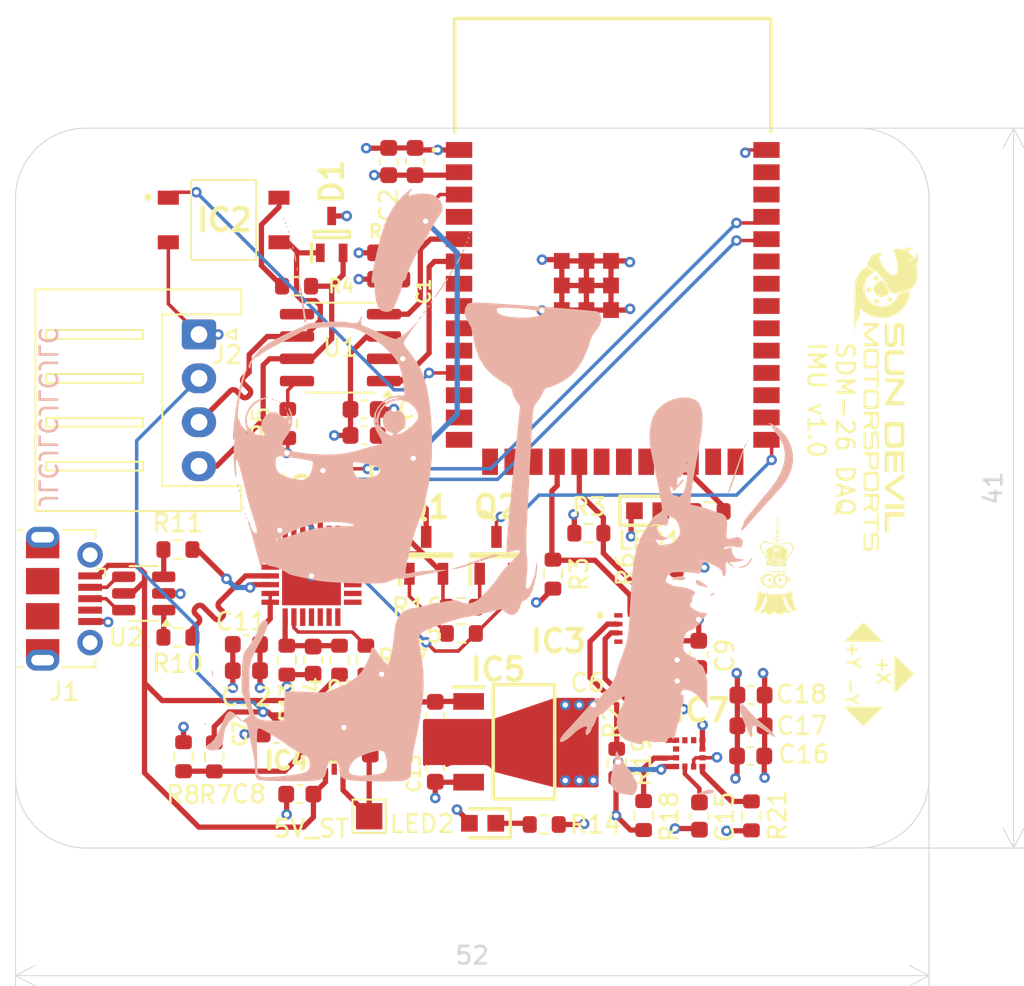
<source format=kicad_pcb>
(kicad_pcb (version 20241229) (generator "pcbnew") (generator_version "9.0")
  (layers (0 "F.Cu" signal) (4 "In1.Cu" signal) (6 "In2.Cu" signal) (2 "B.Cu" signal) (13 "F.Paste" user) (15 "B.Paste" user) (5 "F.SilkS" user "F.Silkscreen") (7 "B.SilkS" user "B.Silkscreen") (1 "F.Mask" user) (3 "B.Mask" user) (25 "Edge.Cuts" user))
  (net 0 "")
  (net 1 "GND")
  (net 2 "VCC")
  (net 3 "+3.3V")
  (net 4 "/CAN-")
  (net 5 "/CAN+")
  (net 6 "/USER_LED")
  (net 10 "/U0RXD")
  (net 20 "/CHIP_PU")
  (net 23 "/U0TXD")
  (net 24 "/GPIO0")
  (net 25 "/I2C1_SCL")
  (net 26 "/I2C1_SDA")
  (net 27 "/PROG_D-")
  (net 28 "/PROG_D+")
  (net 29 "Net-(IC6-VBUS)")
  (net 30 "Net-(IC7-C1)")
  (net 31 "Net-(IC2-Pad6)")
  (net 34 "/USB_D+")
  (net 36 "/SDX")
  (net 37 "/USB_D-")
  (net 40 "Net-(Q1-B)")
  (net 41 "Net-(Q2-B)")
  (net 42 "Net-(IC3-CS)")
  (net 43 "/CAN_CTX")
  (net 44 "Net-(IC4-ST)")
  (net 45 "/CAN_RTX")
  (net 46 "Net-(IC4-PR1)")
  (net 47 "VBUS")
  (net 48 "+5V")
  (net 49 "/CAN_TERM")
  (net 60 "Net-(IC6-RTS)")
  (net 63 "Net-(IC6-DTR)")
  (net 67 "Net-(IC6-RSTB)")
  (net 89 "Net-(LED1-A)")
  (net 90 "Net-(LED2-K)")
  (net 92 "Net-(U1-Rs)")
  (net 93 "/SCX")
  (net 95 "unconnected-(IC1-IO45-Pad26)")
  (net 96 "Net-(IC7-INT{slash}DRDY)")
  (net 97 "Net-(IC7-CS)")
  (net 102 "Net-(R10-Pad2)")
  (net 103 "Net-(R11-Pad2)")
  (footprint "Capacitor_SMD:C_0603_1608Metric" (layer "F.Cu") (at 78.3 59.6 180)
    (property "Reference" "C4")
    (property "Value" "100nF" (hide yes))
  )
  (footprint "Resistor_SMD:R_0603_1608Metric" (layer "F.Cu") (at 94.6 75.2 180)
    (property "Reference" "R20")
    (property "Value" "2.2k")
  )
  (footprint "Capacitor_SMD:C_0603_1608Metric" (layer "F.Cu") (at 82.35 78.55 -90)
    (property "Reference" "C13")
    (property "Value" "10uF" (hide yes))
  )
  (footprint "Capacitor_SMD:C_0603_1608Metric" (layer "F.Cu") (at 71.6 71.5)
    (property "Reference" "C11")
    (property "Value" "4.7uF")
  )
  (footprint "Resistor_SMD:R_0603_1608Metric" (layer "F.Cu") (at 69.77 77.91 90)
    (property "Reference" "R7")
    (property "Value" "10k")
  )
  (footprint "KiCad:ESP32S3WROOM1N8R8" (layer "F.Cu") (at 92.455 48.6)
    (property "Reference" "IC1")
    (property "Value" "ESP32-S3-WROOM-1-N8R8" (hide yes))
  )
  (footprint "SDM_MiscFootprint:SOT230P700X180-4N" (layer "F.Cu") (at 87.4 77.05)
    (property "Reference" "IC5")
    (property "Value" "MIC37100-3.3WS" (hide yes))
  )
  (footprint "SDM_MiscFootprint:SOT96P237X111-3N" (layer "F.Cu") (at 81.835 66.43 90)
    (property "Reference" "Q1")
    (property "Value" "MMBT2222LT1G" (hide yes))
  )
  (footprint "Resistor_SMD:R_0603_1608Metric" (layer "F.Cu") (at 100.35 81.27 90)
    (property "Reference" "R21")
    (property "Value" "4.7k")
  )
  (footprint "LOGO" (layer "F.Cu") (at 101.687997 67.297319)
    (property "Reference" "G***" (hide yes))
    (property "Value" "LOGO" (hide yes))
  )
  (footprint "Resistor_SMD:R_0603_1608Metric" (layer "F.Cu") (at 95.27 67.2)
    (property "Reference" "R6")
    (property "Value" "10k")
  )
  (footprint "Capacitor_SMD:C_0603_1608Metric" (layer "F.Cu") (at 97.35 72.07 90)
    (property "Reference" "C9")
    (property "Value" "100nF" (hide yes))
  )
  (footprint "Capacitor_SMD:C_0603_1608Metric" (layer "F.Cu") (at 82.35 75.55 90)
    (property "Reference" "C10")
    (property "Value" "10uF" (hide yes))
  )
  (footprint "Resistor_SMD:R_0603_1608Metric" (layer "F.Cu") (at 73.955 58.925 90)
    (property "Reference" "R5")
    (property "Value" "0" (hide yes))
  )
  (footprint "Connector_USB:USB_Micro-B_Molex-105017-0001" (layer "F.Cu") (at 61.2375 68.9 -90)
    (property "Reference" "J1")
    (property "Value" "USB_B_Micro" (hide yes))
  )
  (footprint "Package_TO_SOT_SMD:SOT-23-6" (layer "F.Cu") (at 65.755 68.6 180)
    (property "Reference" "U2")
    (property "Value" "USBLC6-2SC6" (hide yes))
  )
  (footprint "MountingHole:MountingHole_3.2mm_M3" (layer "F.Cu") (at 106.455 79.1)
    (property "Reference" "H2" (hide yes))
    (property "Value" "M3" (hide yes))
  )
  (footprint "Capacitor_SMD:C_0603_1608Metric" (layer "F.Cu") (at 75.4 72.4 90)
    (property "Reference" "C14")
    (property "Value" "1uF" (hide yes))
  )
  (footprint "Capacitor_SMD:C_0603_1608Metric" (layer "F.Cu") (at 97.39 81.28 -90)
    (property "Reference" "C15")
    (property "Value" "220n")
  )
  (footprint "SDM_MiscFootprint:LEDC1608X80N" (layer "F.Cu") (at 94.44 63.89)
    (property "Reference" "LED1")
    (property "Value" "150060GS75000" (hide yes))
  )
  (footprint "Resistor_SMD:R_0603_1608Metric" (layer "F.Cu") (at 91.095 65.17)
    (property "Reference" "R3")
    (property "Value" "2.2k")
  )
  (footprint "Resistor_SMD:R_0603_1608Metric" (layer "F.Cu") (at 79.7 49.2 180)
    (property "Reference" "R2")
    (property "Value" "10k")
  )
  (footprint "Resistor_SMD:R_0603_1608Metric" (layer "F.Cu") (at 94.21 81.25 90)
    (property "Reference" "R18")
    (property "Value" "10k")
  )
  (footprint "Resistor_SMD:R_0603_1608Metric" (layer "F.Cu") (at 83.835 70.88)
    (property "Reference" "R15")
    (property "Value" "10k" (hide yes))
  )
  (footprint "SDM_MiscFootprint:LSM6DS3USTR" (layer "F.Cu") (at 93.938 70.597)
    (property "Reference" "IC3")
    (property "Value" "ISM330DHCXTR" (hide yes))
  )
  (footprint "Resistor_SMD:R_0603_1608Metric" (layer "F.Cu") (at 88.555 81.76 180)
    (property "Reference" "R14")
    (property "Value" "68" (hide yes))
  )
  (footprint "Capacitor_SMD:C_0603_1608Metric" (layer "F.Cu") (at 100.325 74.39)
    (property "Reference" "C18")
    (property "Value" "100n")
  )
  (footprint "Library:wheelyboi" (layer "F.Cu") (at 107.867353 51.201776 -90)
    (property "Reference" "G***" (hide yes))
    (property "Value" "LOGO" (hide yes))
  )
  (footprint "Resistor_SMD:R_0603_1608Metric" (layer "F.Cu") (at 97.94 63.93 180)
    (property "Reference" "R1")
    (property "Value" "5.05" (hide yes))
  )
  (footprint "Resistor_SMD:R_0603_1608Metric" (layer "F.Cu") (at 78.65 77 -90)
    (property "Reference" "R9")
    (property "Value" "10k")
  )
  (footprint "Capacitor_SMD:C_0603_1608Metric" (layer "F.Cu") (at 79.7 44 90)
    (property "Reference" "C2")
    (property "Value" "10uF" (hide yes))
  )
  (footprint "SDM_MiscFootprint:IIS2MDCTR" (layer "F.Cu") (at 96.81 77.71)
    (property "Reference" "IC7")
    (property "Value" "IIS2MDCTR" (hide yes))
  )
  (footprint "Capacitor_SMD:C_0603_1608Metric" (layer "F.Cu") (at 71.6 73)
    (property "Reference" "C12")
    (property "Value" "100nF")
  )
  (footprint "Capacitor_SMD:C_0603_1608Metric" (layer "F.Cu") (at 74.64 80.03)
    (property "Reference" "C8")
    (property "Value" "1uF")
  )
  (footprint "Connector_JST:JST_XH_S4B-XH-A_1x04_P2.50mm_Horizontal" (layer "F.Cu") (at 68.9 53.85 -90)
    (property "Reference" "J2")
    (property "Value" "Conn_01x04_Socket" (hide yes))
  )
  (footprint "Capacitor_SMD:C_0603_1608Metric" (layer "F.Cu") (at 73.305 76.61)
    (property "Reference" "C7")
    (property "Value" "1uF")
  )
  (footprint "Capacitor_SMD:C_0603_1608Metric" (layer "F.Cu") (at 100.305 77.86)
    (property "Reference" "C16")
    (property "Value" "10u")
  )
  (footprint "Resistor_SMD:R_0603_1608Metric" (layer "F.Cu") (at 89.05 67.5 90)
    (property "Reference" "R3")
    (property "Value" "2.2k")
  )
  (footprint "Resistor_SMD:R_0603_1608Metric" (layer "F.Cu") (at 68.02 77.9 -90)
    (property "Reference" "R8")
    (property "Value" "10k")
  )
  (footprint "SDM_MiscFootprint:TLP266J" (layer "F.Cu") (at 70.355 47.33)
    (property "Reference" "IC2")
    (property "Value" "TLP175A_TPL,E" (hide yes))
  )
  (footprint "Capacitor_SMD:C_0603_1608Metric" (layer "F.Cu") (at 79.7 50.7)
    (property "Reference" "C1")
    (property "Value" "1uF")
  )
  (footprint "SDM_MiscFootprint:SOT65P210X110-3N" (layer "F.Cu") (at 76.455 48.15 90)
    (property "Reference" "D1")
    (property "Value" "ESDCAN03-2BWY" (hide yes))
  )
  (footprint "Resistor_SMD:R_0603_1608Metric" (layer "F.Cu") (at 73.9 72.4 -90)
    (property "Reference" "R13")
    (property "Value" "47.5k" (hide yes))
  )
  (footprint "Package_SO:SOIC-8_3.9x4.9mm_P1.27mm" (layer "F.Cu") (at 76.955 54.6 180)
    (property "Reference" "U1")
    (property "Value" "SN65HVD230" (hide yes))
  )
  (footprint "Capacitor_SMD:C_0603_1608Metric" (layer "F.Cu") (at 78.3 58.12 180)
    (property "Reference" "C5")
    (property "Value" "100nF" (hide yes))
  )
  (footprint "Resistor_SMD:R_0603_1608Metric" (layer "F.Cu") (at 76.9 72.4 -90)
    (property "Reference" "R12")
    (property "Value" "22.1k" (hide yes))
  )
  (footprint "SDM_MiscFootprint:SOT96P237X111-3N" (layer "F.Cu") (at 85.835 66.43 90)
    (property "Reference" "Q2")
    (property "Value" "MMBT2222LT1G" (hide yes))
  )
  (footprint "TestPoint:TestPoint_Pad_1.5x1.5mm" (layer "F.Cu") (at 78.59 81.29)
    (property "Reference" "TP1" (hide yes))
    (property "Value" "5V_ST")
  )
  (footprint "Capacitor_SMD:C_0603_1608Metric" (layer "F.Cu") (at 94.22 73.585 180)
    (property "Reference" "C6")
    (property "Value" "100nF" (hide yes))
  )
  (footprint "Resistor_SMD:R_0603_1608Metric" (layer "F.Cu") (at 78.4 72.4 90)
    (property "Reference" "R17")
    (property "Value" "1k" (hide yes))
  )
  (footprint "Resistor_SMD:R_0603_1608Metric" (layer "F.Cu") (at 83.835 69.38 180)
    (property "Reference" "R16")
    (property "Value" "10k" (hide yes))
  )
  (footprint "Resistor_SMD:R_0603_1608Metric" (layer "F.Cu") (at 74.455 51.1)
    (property "Reference" "R4")
    (property "Value" "120" (hide yes))
  )
  (footprint "Resistor_SMD:R_0603_1608Metric" (layer "F.Cu") (at 67.7 71.1 180)
    (property "Reference" "R10")
    (property "Value" "27")
  )
  (footprint "SDM_MiscFootprint:SOTFL50P160X60-8L" (layer "F.Cu") (at 76.35 77.952 -90)
    (property "Reference" "IC4")
    (property "Value" "TPS2116DRLR" (hide yes))
  )
  (footprint "Capacitor_SMD:C_0603_1608Metric" (layer "F.Cu") (at 100.325 76.14)
    (property "Reference" "C17")
    (property "Value" "10u")
  )
  (footprint "MountingHole:MountingHole_3.2mm_M3" (layer "F.Cu") (at 62.455 79.1)
    (property "Reference" "H3" (hide yes))
    (property "Value" "M3")
  )
  (footprint "Capacitor_SMD:C_0603_1608Metric" (layer "F.Cu") (at 81.2 44 90)
    (property "Reference" "C3")
    (property "Value" "100nF")
  )
  (footprint "Resistor_SMD:R_0603_1608Metric" (layer "F.Cu") (at 67.7 66.1 180)
    (property "Reference" "R11")
    (property "Value" "27")
  )
  (footprint "SDM_MiscFootprint:LEDC1608X80N" (layer "F.Cu") (at 85.045 81.69 180)
    (property "Reference" "LED2")
    (property "Value" "150060RS75000" (hide yes))
  )
  (footprint "SDM_MiscFootprint:QFN50P500X500X80-29N-D" (layer "F.Cu") (at 75.305 67.6)
    (property "Reference" "IC6")
    (property "Value" "CP2102N-A02-GQFN28" (hide yes))
  )
  (footprint "MountingHole:MountingHole_3.2mm_M3" (layer "F.Cu") (at 62.455 46.1)
    (property "Reference" "H1" (hide yes))
    (property "Value" "M3")
  )
  (footprint "MountingHole:MountingHole_3.2mm_M3" (layer "F.Cu") (at 106.455 46.1)
    (property "Reference" "H4" (hide yes))
    (property "Value" "M3" (hide yes))
  )
  (footprint "Resistor_SMD:R_0603_1608Metric" (layer "F.Cu") (at 92.68 78.28 -90)
    (property "Reference" "R19")
    (property "Value" "2.2k")
  )
  (footprint "Library:sdmlogo" (layer "F.Cu") (at 107.99 56.97 -90)
    (property "Reference" "G***" (hide yes))
    (property "Value" "LOGO" (hide yes))
  )
  (footprint "LOGO" (layer "B.Cu") (at 96.521677 69.198219 180)
    (property "Reference" "G***" (hide yes))
    (property "Value" "LOGO" (hide yes))
  )
  (footprint "LOGO" (layer "B.Cu") (at 79.787878 62.189407 180)
    (property "Reference" "G***" (hide yes))
    (property "Value" "LOGO" (hide yes))
  )
  (gr_poly (pts (xy 106.73 70.3) (xy 105.73 71.3) (xy 107.73 71.3)) (stroke (width 0.1)) (fill yes) (layer "F.SilkS"))
  (gr_poly (pts (xy 106.73 76.1) (xy 107.73 75.1) (xy 105.73 75.1)) (stroke (width 0.1)) (fill yes) (layer "F.SilkS"))
  (gr_poly (pts (xy 109.53 73.2) (xy 108.53 72.2) (xy 108.53 74.2)) (stroke (width 0.1)) (fill yes) (layer "F.SilkS"))
  (gr_arc (start 106.455 42.1) (mid 109.283427 43.271573) (end 110.455 46.1) (stroke (width 0.05)) (layer "Edge.Cuts"))
  (gr_line (start 62.455 42.1) (end 106.455 42.1) (stroke (width 0.05)) (layer "Edge.Cuts"))
  (gr_arc (start 110.455 79.1) (mid 109.283427 81.928427) (end 106.455 83.1) (stroke (width 0.05)) (layer "Edge.Cuts"))
  (gr_line (start 62.455 83.1) (end 106.455 83.1) (stroke (width 0.05)) (layer "Edge.Cuts"))
  (gr_line (start 110.455 79.1) (end 110.455 47.1) (stroke (width 0.05)) (layer "Edge.Cuts"))
  (gr_line (start 110.455 47.1) (end 110.455 46.1) (stroke (width 0.05)) (layer "Edge.Cuts"))
  (gr_arc (start 58.455 46.1) (mid 59.626573 43.271573) (end 62.455 42.1) (stroke (width 0.05)) (layer "Edge.Cuts"))
  (gr_line (start 58.455 47.1) (end 58.455 79.1) (stroke (width 0.05)) (layer "Edge.Cuts"))
  (gr_line (start 58.455 47.1) (end 58.455 46.1) (stroke (width 0.05)) (layer "Edge.Cuts"))
  (gr_arc (start 62.455 83.1) (mid 59.626573 81.928427) (end 58.455 79.1) (stroke (width 0.05)) (layer "Edge.Cuts"))
  (gr_text "+Y" (at 105.73 72.1 270) (layer "F.SilkS") (effects (font (size 0.7 0.7) (thickness 0.14) (bold yes)) (justify bottom)))
  (gr_text "SDM-26 DAQ\nIMU v1.0" (at 103.48 54.2 270) (layer "F.SilkS") (effects (font (size 1 1)) (justify left bottom)))
  (gr_text "+X" (at 107.43 73 270) (layer "F.SilkS") (effects (font (size 0.7 0.7) (thickness 0.14) (bold yes)) (justify bottom)))
  (gr_text "-Y" (at 105.63 74.2 270) (layer "F.SilkS") (effects (font (size 0.7 0.7) (thickness 0.14) (bold yes)) (justify bottom)))
  (gr_text "JLCJLCJLCJLC" (at 59.7 63.8 270) (layer "B.SilkS") (effects (font (size 1 1)) (justify left bottom mirror)))
  (dimension (type orthogonal) (layer "Edge.Cuts") (pts (xy 106.455 42.1) (xy 106.455 83.1)) (height 8.815) (orientation 1) (format (prefix "") (suffix "") (units 3) (units_format 0) (precision 4) (suppress_zeroes yes)) (style (thickness 0.05) (arrow_length 1.27) (text_position_mode 0) (arrow_direction outward) (extension_height 0.58642) (extension_offset 0.5) (keep_text_aligned yes)) (gr_text "41" (at 114.12 62.6 90) (layer "Edge.Cuts") (effects (font (size 1 1) (thickness 0.15)))))
  (dimension (type orthogonal) (layer "Edge.Cuts") (pts (xy 58.455 79.1) (xy 110.455 79.1)) (height 11.27) (orientation 0) (format (prefix "") (suffix "") (units 3) (units_format 0) (precision 4) (suppress_zeroes yes)) (style (thickness 0.05) (arrow_length 1.27) (text_position_mode 0) (arrow_direction outward) (extension_height 0.58642) (extension_offset 0.5) (keep_text_aligned yes)) (gr_text "52" (at 84.455 89.22 0) (layer "Edge.Cuts") (effects (font (size 1 1) (thickness 0.15)))))
  (segment (start 83.705 43.34) (end 82.5 43.34) (width 0.3) (layer "F.Cu") (net 1))
  (segment (start 79.685 43.24) (end 79.7 43.225) (width 0.2) (layer "F.Cu") (net 1))
  (segment (start 89.555 52.46) (end 89.555 49.66) (width 0.3) (layer "F.Cu") (net 1))
  (segment (start 63.728867 70.230425) (end 63.698442 70.2) (width 0.3) (layer "F.Cu") (net 1))
  (segment (start 81.315 43.34) (end 81.2 43.225) (width 0.3) (layer "F.Cu") (net 1))
  (segment (start 101.1 77.84) (end 101.08 77.86) (width 0.3) (layer "F.Cu") (net 1))
  (segment (start 80.5 55.235) (end 79.43 55.235) (width 0.2) (layer "F.Cu") (net 1))
  (segment (start 94.438 71.6215) (end 94.438 71.509) (width 0.3) (layer "F.Cu") (net 1))
  (segment (start 79.075 58.12) (end 79.98 58.12) (width 0.3) (layer "F.Cu") (net 1))
  (segment (start 101.1 74.39) (end 101.1 73.23) (width 0.3) (layer "F.Cu") (net 1))
  (segment (start 101.1 73.23) (end 101.01 73.14) (width 0.3) (layer "F.Cu") (net 1))
  (segment (start 63.698442 70.2) (end 62.655 70.2) (width 0.3) (layer "F.Cu") (net 1))
  (segment (start 95.2015 72.385) (end 94.438 71.6215) (width 0.3) (layer "F.Cu") (net 1))
  (segment (start 70 53.85) (end 68.9 53.85) (width 0.2) (layer "F.Cu") (net 1))
  (segment (start 73.9 73.225) (end 75.35 73.225) (width 0.3) (layer "F.Cu") (net 1))
  (segment (start 89.555 51.06) (end 92.355 51.06) (width 0.3) (layer "F.Cu") (net 1))
  (segment (start 90.55 77.05) (end 91.25 77.05) (width 0.2) (layer "F.Cu") (net 1))
  (segment (start 67.824158 68.6) (end 67.841114 68.616956) (width 0.3) (layer "F.Cu") (net 1))
  (segment (start 96 81.99) (end 97.325 81.99) (width 0.3) (layer "F.Cu") (net 1))
  (segment (start 89.38 81.76) (end 90.79 81.76) (width 0.3) (layer "F.Cu") (net 1))
  (segment (start 96.12 72.385) (end 95.2015 72.385) (width 0.3) (layer "F.Cu") (net 1))
  (segment (start 98.36 77.96) (end 98.39 77.93) (width 0.2) (layer "F.Cu") (net 1))
  (segment (start 92.355 52.46) (end 93.37 52.46) (width 0.3) (layer "F.Cu") (net 1))
  (segment (start 93.938 72.528) (end 94.995 73.585) (width 0.3) (layer "F.Cu") (net 1))
  (segment (start 93.37 52.46) (end 93.44 52.39) (width 0.3) (layer "F.Cu") (net 1))
  (segment (start 78.925 50.7) (end 78 50.7) (width 0.3) (layer "F.Cu") (net 1))
  (segment (start 77.1 77.164) (end 77.1 76.28) (width 0.3) (layer "F.Cu") (net 1))
  (segment (start 82.5 43.34) (end 81.315 43.34) (width 0.3) (layer "F.Cu") (net 1))
  (segment (start 92.355 52.46) (end 89.555 52.46) (width 0.3) (layer "F.Cu") (net 1))
  (segment (start 74.805 67.1) (end 75.305 67.6) (width 0.2) (layer "F.Cu") (net 1))
  (segment (start 100.16 43.34) (end 100 43.5) (width 0.2) (layer "F.Cu") (net 1))
  (segment (start 89.555 49.66) (end 92.355 49.66) (width 0.3) (layer "F.Cu") (net 1))
  (segment (start 82.35 76.325) (end 83.525 76.325) (width 0.3) (layer "F.Cu") (net 1))
  (segment (start 79.075 59.6) (end 79.075 58.12) (width 0.3) (layer "F.Cu") (net 1))
  (segment (start 96.12 73.585) (end 96.61 73.585) (width 0.3) (layer "F.Cu") (net 1))
  (segment (start 89.555 52.46) (end 88.45 52.46) (width 0.3) (layer "F.Cu") (net 1))
  (segment (start 83.525 77.775) (end 84.25 77.05) (width 0.3) (layer "F.Cu") (net 1))
  (segment (start 97.185 77.96) (end 97.56 77.96) (width 0.2) (layer "F.Cu") (net 1))
  (segment (start 88.45 52.46) (end 88.42 52.49) (width 0.3) (layer "F.Cu") (net 1))
  (segment (start 97.06 78.46) (end 97.06 78.085) (width 0.2) (layer "F.Cu") (net 1))
  (segment (start 97.06 78.085) (end 97.185 77.96) (width 0.2) (layer "F.Cu") (net 1))
  (segment (start 92.355 49.66) (end 92.355 52.46) (width 0.3) (layer "F.Cu") (net 1))
  (segment (start 101.08 77.86) (end 101.08 79.07) (width 0.3) (layer "F.Cu") (net 1))
  (segment (start 67.155 48.6) (end 67.155 52.105) (width 0.2) (layer "F.Cu") (net 1))
  (segment (start 93.5 64.08) (end 93.69 63.89) (width 0.3) (layer "F.Cu") (net 1))
  (segment (start 101.105 77.885) (end 101.08 77.86) (width 0.3) (layer "F.Cu") (net 1))
  (segment (start 66.8925 68.6) (end 67.824158 68.6) (width 0.3) (layer "F.Cu") (net 1))
  (segment (start 72.955 67.1) (end 74.805 67.1) (width 0.2) (layer "F.Cu") (net 1))
  (segment (start 75.35 73.225) (end 75.4 73.175) (width 0.3) (layer "F.Cu") (net 1))
  (segment (start 101.08 79.07) (end 101.1 79.09) (width 0.3) (layer "F.Cu") (net 1))
  (segment (start 96.61 73.585) (end 97.2775 72.9175) (width 0.3) (layer "F.Cu") (net 1))
  (segment (start 93.5 65.35) (end 93.5 64.08) (width 0.3) (layer "F.Cu") (net 1))
  (segment (start 77.1 76.28) (end 77.15 76.23) (width 0.3) (layer "F.Cu") (net 1))
  (segment (start 97.325 81.99) (end 97.39 82.055) (width 0.3) (layer "F.Cu") (net 1))
  (segment (start 83.525 76.325) (end 84.25 77.05) (width 0.3) (layer "F.Cu") (net 1))
  (segment (start 72.53 76.61) (end 71.51 76.61) (width 0.3) (layer "F.Cu") (net 1))
  (segment (start 68.02 77.075) (end 68.02 76.2) (width 0.3) (layer "F.Cu") (net 1))
  (segment (start 90.955 52.46) (end 90.955 49.66) (width 0.3) (layer "F.Cu") (net 1))
  (segment (start 89.485 49.59) (end 89.555 49.66) (width 0.3) (layer "F.Cu") (net 1))
  (segment (start 93.938 71.509) (end 93.938 72.528) (width 0.3) (layer "F.Cu") (net 1))
  (segment (start 78.42 43.24) (end 79.685 43.24) (width 0.3) (layer "F.Cu") (net 1))
  (segment (start 88.43 49.59) (end 89.485 49.59) (width 0.3) (layer "F.Cu") (net 1))
  (segment (start 79.98 58.12) (end 80 58.1) (width 0.3) (layer "F.Cu") (net 1))
  (segment (start 94.995 73.585) (end 96.12 73.585) (width 0.3) (layer "F.Cu") (net 1))
  (segment (start 90.79 81.76) (end 90.83 81.72) (width 0.3) (layer "F.Cu") (net 1))
  (segment (start 73.89 81.19) (end 73.89 80.055) (width 0.3) (layer "F.Cu") (net 1))
  (segment (start 70.825 73) (end 70.825 73.975) (width 0.3) (layer "F.Cu") (net 1))
  (segment (start 96.745 72.385) (end 96.12 72.385) (width 0.3) (layer "F.Cu") (net 1))
  (segment (start 101.205 43.34) (end 100.16 43.34) (width 0.2) (layer "F.Cu") (net 1))
  (segment (start 97.2775 72.9175) (end 96.745 72.385) (width 0.3) (layer "F.Cu") (net 1))
  (segment (start 73.9 73.9) (end 73.9 73.225) (width 0.3) (layer "F.Cu") (net 1))
  (segment (start 81.2 43.225) (end 79.7 43.225) (width 0.3) (layer "F.Cu") (net 1))
  (segment (start 82.35 76.325) (end 82.35 77.775) (width 0.3) (layer "F.Cu") (net 1))
  (segment (start 73.9 60.6) (end 73.955 60.545) (width 0.2) (layer "F.Cu") (net 1))
  (segment (start 70.825 71.5) (end 70.825 73) (width 0.3) (layer "F.Cu") (net 1))
  (segment (start 97.56 77.96) (end 98.36 77.96) (width 0.2) (layer "F.Cu") (net 1))
  (segment (start 73.955 60.545) (end 73.955 59.75) (width 0.2) (layer "F.Cu") (net 1))
  (segment (start 67.155 52.105) (end 68.9 53.85) (width 0.2) (layer "F.Cu") (net 1))
  (segment (start 71.51 76.61) (end 71.5 76.62) (width 0.3) (layer "F.Cu") (net 1))
  (segment (start 92.355 49.66) (end 93.36 49.66) (width 0.3) (layer "F.Cu") (net 1))
  (segment (start 93.36 49.66) (end 93.43 49.73) (width 0.3) (layer "F.Cu") (net 1))
  (segment (start 76.455 47.1) (end 77.31 47.1) (width 0.3) (layer "F.Cu") (net 1))
  (segment (start 101.1 74.39) (end 101.1 77.84) (width 0.3) (layer "F.Cu") (net 1))
  (segment (start 73.89 80.055) (end 73.865 80.03) (width 0.3) (layer "F.Cu") (net 1))
  (segment (start 82.35 77.775) (end 83.525 77.775) (width 0.3) (layer "F.Cu") (net 1))
  (via (at 98.39 77.93) (size 0.6) (drill 0.3) (layers "F.Cu" "B.Cu") (net 1))
  (via (at 96.12 73.585) (size 0.6) (drill 0.3) (layers "F.Cu" "B.Cu") (net 1))
  (via (at 67.841114 68.616956) (size 0.6) (drill 0.3) (layers "F.Cu" "B.Cu") (net 1))
  (via (at 90.83 81.72) (size 0.6) (drill 0.3) (layers "F.Cu" "B.Cu") (net 1))
  (via (at 90.55 74.95) (size 0.6) (drill 0.3) (layers "F.Cu" "B.Cu") (net 1))
  (via (at 91.35 79.25) (size 0.6) (drill 0.3) (layers "F.Cu" "B.Cu") (net 1))
  (via (at 96.12 72.385) (size 0.6) (drill 0.3) (layers "F.Cu" "B.Cu") (net 1))
  (via (at 91.35 74.95) (size 0.6) (drill 0.3) (layers "F.Cu" "B.Cu") (net 1))
  (via (at 88.43 49.59) (size 0.6) (drill 0.3) (layers "F.Cu" "B.Cu") (net 1))
  (via (at 90.55 79.25) (size 0.6) (drill 0.3) (layers "F.Cu" "B.Cu") (net 1))
  (via (at 77.15 76.23) (size 0.6) (drill 0.3) (layers "F.Cu" "B.Cu") (net 1))
  (via (at 93.44 52.39) (size 0.6) (drill 0.3) (layers "F.Cu" "B.Cu") (net 1))
  (via (at 63.728867 70.230425) (size 0.6) (drill 0.3) (layers "F.Cu" "B.Cu") (net 1))
  (via (at 89.75 79.25) (size 0.6) (drill 0.3) (layers "F.Cu" "B.Cu") (net 1))
  (via (at 73.9 60.6) (size 0.6) (drill 0.3) (layers "F.Cu" "B.Cu") (net 1))
  (via (at 75.305 67.6) (size 0.6) (drill 0.3) (layers "F.Cu" "B.Cu") (net 1))
  (via (at 89.75 74.95) (size 0.6) (drill 0.3) (layers "F.Cu" "B.Cu") (net 1))
  (via (at 96 81.99) (size 0.6) (drill 0.3) (layers "F.Cu" "B.Cu") (net 1))
  (via (at 78.42 43.24) (size 0.6) (drill 0.3) (layers "F.Cu" "B.Cu") (net 1))
  (via (at 93.43 49.73) (size 0.6) (drill 0.3) (layers "F.Cu" "B.Cu") (net 1))
  (via (at 77.31 47.1) (size 0.6) (drill 0.3) (layers "F.Cu" "B.Cu") (net 1))
  (via (at 100 43.5) (size 0.6) (drill 0.3) (layers "F.Cu" "B.Cu") (net 1))
  (via (at 88.42 52.49) (size 0.6) (drill 0.3) (layers "F.Cu" "B.Cu") (net 1))
  (via (at 71.5 76.62) (size 0.6) (drill 0.3) (layers "F.Cu" "B.Cu") (net 1))
  (via (at 101.01 73.14) (size 0.6) (drill 0.3) (layers "F.Cu" "B.Cu") (net 1))
  (via (at 73.89 81.19) (size 0.6) (drill 0.3) (layers "F.Cu" "B.Cu") (net 1))
  (via (at 73.9 73.9) (size 0.6) (drill 0.3) (layers "F.Cu" "B.Cu") (net 1))
  (via (at 68.02 76.2) (size 0.6) (drill 0.3) (layers "F.Cu" "B.Cu") (net 1))
  (via (at 78 50.7) (size 0.6) (drill 0.3) (layers "F.Cu" "B.Cu") (net 1))
  (via (at 101.1 79.09) (size 0.6) (drill 0.3) (layers "F.Cu" "B.Cu") (net 1))
  (via (at 93.5 65.35) (size 0.6) (drill 0.3) (layers "F.Cu" "B.Cu") (net 1))
  (via (at 70.825 73.975) (size 0.6) (drill 0.3) (layers "F.Cu" "B.Cu") (net 1))
  (via (at 82.5 43.34) (size 0.6) (drill 0.3) (layers "F.Cu" "B.Cu") (net 1))
  (via (at 70 53.85) (size 0.6) (drill 0.3) (layers "F.Cu" "B.Cu") (net 1))
  (via (at 80.5 55.235) (size 0.6) (drill 0.3) (layers "F.Cu" "B.Cu") (net 1))
  (via (at 80 58.1) (size 0.6) (drill 0.3) (layers "F.Cu" "B.Cu") (net 1))
  (segment (start 70.61 75.35) (end 72.55 75.35) (width 0.3) (layer "F.Cu") (net 2))
  (segment (start 76.1 77.164) (end 76.1 76) (width 0.3) (layer "F.Cu") (net 2))
  (segment (start 69.77 77.085) (end 69.77 76.19) (width 0.3) (layer "F.Cu") (net 2))
  (segment (start 74.08 76.61) (end 72.99 75.52) (width 0.3) (layer "F.Cu") (net 2))
  (segment (start 76.1 77.54) (end 75.6 78.04) (width 0.3) (layer "F.Cu") (net 2))
  (segment (start 72.82 75.35) (end 72.55 75.35) (width 0.3) (layer "F.Cu") (net 2))
  (segment (start 75.62 75.52) (end 72.99 75.52) (width 0.3) (layer "F.Cu") (net 2))
  (segment (start 76.1 76) (end 75.62 75.52) (width 0.3) (layer "F.Cu") (net 2))
  (segment (start 69.77 76.19) (end 70.61 75.35) (width 0.3) (layer "F.Cu") (net 2))
  (segment (start 72.99 75.52) (end 72.82 75.35) (width 0.3) (layer "F.Cu") (net 2))
  (segment (start 76.1 77.164) (end 76.1 77.54) (width 0.3) (layer "F.Cu") (net 2))
  (segment (start 75.6 78.04) (end 75.6 78.74) (width 0.3) (layer "F.Cu") (net 2))
  (via (at 72.55 75.35) (size 0.6) (drill 0.3) (layers "F.Cu" "B.Cu") (net 2))
  (segment (start 68.7879 70.5) (end 65.354 67.0661) (width 0.2) (layer "B.Cu") (net 2))
  (segment (start 65.354 59.896) (end 68.9 56.35) (width 0.2) (layer "B.Cu") (net 2))
  (segment (start 68.7879 73.0879) (end 68.7879 70.5) (width 0.2) (layer "B.Cu") (net 2))
  (segment (start 72 74.8) (end 70.5 74.8) (width 0.2) (layer "B.Cu") (net 2))
  (segment (start 70.5 74.8) (end 68.7879 73.0879) (width 0.2) (layer "B.Cu") (net 2))
  (segment (start 72.55 75.35) (end 72 74.8) (width 0.2) (layer "B.Cu") (net 2))
  (segment (start 65.354 67.0661) (end 65.354 59.896) (width 0.2) (layer "B.Cu") (net 2))
  (segment (start 93.445 73.585) (end 95.06 75.2) (width 0.3) (layer "F.Cu") (net 3))
  (segment (start 99.53 79.05) (end 99.44 79.14) (width 0.3) (layer "F.Cu") (net 3))
  (segment (start 96.47 75.2) (end 96.48 75.19) (width 0.3) (layer "F.Cu") (net 3))
  (segment (start 97.56 76.1) (end 97.57 76.09) (width 0.3) (layer "F.Cu") (net 3))
  (segment (start 77.525 59.6) (end 77.525 58.12) (width 0.3) (layer "F.Cu") (net 3))
  (segment (start 95.101 71.347) (end 95.125 71.323) (width 0.3) (layer "F.Cu") (net 3))
  (segment (start 77.525 59.6) (end 76.6 59.6) (width 0.3) (layer "F.Cu") (net 3))
  (segment (start 95.125 71.323) (end 95.6895 71.323) (width 0.3) (layer "F.Cu") (net 3))
  (segment (start 99.55 74.39) (end 99.55 73.18) (width 0.3) (layer "F.Cu") (net 3))
  (segment (start 97.67 67.12) (end 97.59 67.2) (width 0.3) (layer "F.Cu") (net 3))
  (segment (start 97.56 76.96) (end 97.56 76.1) (width 0.3) (layer "F.Cu") (net 3))
  (segment (start 77.525 54.895001) (end 78.455001 53.965) (width 0.3) (layer "F.Cu") (net 3))
  (segment (start 97.205 71.295) (end 97.22 71.31) (width 0.3) (layer "F.Cu") (net 3))
  (segment (start 93.438 71.509) (end 93.438 73.578) (width 0.3) (layer "F.Cu") (net 3))
  (segment (start 90.27 65.17) (end 90.27 64.15) (width 0.3) (layer "F.Cu") (net 3))
  (segment (start 78.4 73.225) (end 79.275 73.225) (width 0.3) (layer "F.Cu") (net 3))
  (segment (start 97.59 67.2) (end 96.095 67.2) (width 0.3) (layer "F.Cu") (net 3))
  (segment (start 94.21 82.075) (end 93.465 82.075) (width 0.3) (layer "F.Cu") (net 3))
  (segment (start 95.425 75.2) (end 96.47 75.2) (width 0.3) (layer "F.Cu") (net 3))
  (segment (start 99.55 74.39) (end 99.55 77.84) (width 0.3) (layer "F.Cu") (net 3))
  (segment (start 100.325 82.12) (end 100.35 82.095) (width 0.3) (layer "F.Cu") (net 3))
  (segment (start 95.6895 71.295) (end 97.205 71.295) (width 0.3) (layer "F.Cu") (net 3))
  (segment (start 82.375 79.35) (end 82.35 79.325) (width 0.3) (layer "F.Cu") (net 3))
  (segment (start 82.35 79.325) (end 82.35 80.25) (width 0.3) (layer "F.Cu") (net 3))
  (segment (start 98.93 82.12) (end 100.325 82.12) (width 0.3) (layer "F.Cu") (net 3))
  (segment (start 72.955 68.6) (end 72.955 69.1) (width 0.2) (layer "F.Cu") (net 3))
  (segment (start 97.376 71.347) (end 97.601 71.572) (width 0.2) (layer "F.Cu") (net 3))
  (segment (start 95.6895 71.323) (end 95.6895 71.295) (width 0.3) (layer "F.Cu") (net 3))
  (segment (start 92.64 79.145) (end 92.68 79.105) (width 0.3) (layer "F.Cu") (net 3))
  (segment (start 97.35 70.09) (end 97.34 70.08) (width 0.3) (layer "F.Cu") (net 3))
  (segment (start 72.955 70.045) (end 72.955 69.1) (width 0.3) (layer "F.Cu") (net 3))
  (segment (start 95.06 75.2) (end 95.425 75.2) (width 0.3) (layer "F.Cu") (net 3))
  (segment (start 78.875 49.2) (end 78 49.2) (width 0.3) (layer "F.Cu") (net 3))
  (segment (start 72.375 73) (end 72.375 73.975) (width 0.3) (layer "F.Cu") (net 3))
  (segment (start 88.1 69.11) (end 88.265 69.11) (width 0.3) (layer "F.Cu") (net 3))
  (segment (start 93.465 82.075) (end 92.64 81.25) (width 0.3) (layer "F.Cu") (net 3))
  (segment (start 92.64 81.25) (end 92.64 79.145) (width 0.3) (layer "F.Cu") (net 3))
  (segment (start 72.375 71.5) (end 72.375 70.625) (width 0.3) (layer "F.Cu") (net 3))
  (segment (start 79.275 73.225) (end 79.3 73.2) (width 0.3) (layer "F.Cu") (net 3))
  (segment (start 79.7 44.775) (end 78.875 44.775) (width 0.3) (layer "F.Cu") (net 3))
  (segment (start 99.55 73.18) (end 99.51 73.14) (width 0.3) (layer "F.Cu") (net 3))
  (segment (start 97.35 71.295) (end 97.35 70.09) (width 0.3) (layer "F.Cu") (net 3))
  (segment (start 81.2 44.775) (end 83.54 44.775) (width 0.3) (layer "F.Cu") (net 3))
  (segment (start 90.27 64.15) (end 90.22 64.1) (width 0.3) (layer "F.Cu") (net 3))
  (segment (start 72.375 70.625) (end 72.955 70.045) (width 0.3) (layer "F.Cu") (net 3))
  (segment (start 83.54 44.775) (end 83.705 44.61) (width 0.3) (layer "F.Cu") (net 3))
  (segment (start 83.5875 80.91) (end 84.295 81.6175) (width 0.3) (layer "F.Cu") (net 3))
  (segment (start 99.55 77.84) (end 99.53 77.86) (width 0.3) (layer "F.Cu") (net 3))
  (segment (start 72.375 73) (end 72.375 71.5) (width 0.3) (layer "F.Cu") (net 3))
  (segment (start 88.265 69.11) (end 89.05 68.325) (width 0.3) (layer "F.Cu") (net 3))
  (segment (start 78.455001 53.965) (end 79.43 53.965) (width 0.3) (layer "F.Cu") (net 3))
  (segment (start 84.25 79.35) (end 82.375 79.35) (width 0.3) (layer "F.Cu") (net 3))
  (segment (start 79.7 44.775) (end 81.2 44.775) (width 0.3) (layer "F.Cu") (net 3))
  (segment (start 93.438 73.578) (end 93.445 73.585) (width 0.3) (layer "F.Cu") (net 3))
  (segment (start 99.53 77.86) (end 99.53 79.05) (width 0.3) (layer "F.Cu") (net 3))
  (segment (start 99.33 76.36) (end 99.55 76.14) (width 0.3) (layer "F.Cu") (net 3))
  (segment (start 77.525 58.12) (end 77.525 54.895001) (width 0.3) (layer "F.Cu") (net 3))
  (segment (start 84.295 81.6175) (end 84.295 81.69) (width 0.3) (layer "F.Cu") (net 3))
  (segment (start 97.56 77.46) (end 97.56 76.96) (width 0.3) (layer "F.Cu") (net 3))
  (via (at 90.22 64.1) (size 0.6) (drill 0.3) (layers "F.Cu" "B.Cu") (net 3))
  (via (at 92.64 81.25) (size 0.6) (drill 0.3) (layers "F.Cu" "B.Cu") (net 3))
  (via (at 82.35 80.25) (size 0.6) (drill 0.3) (layers "F.Cu" "B.Cu") (net 3))
  (via (at 96.48 75.19) (size 0.6) (drill 0.3) (layers "F.Cu" "B.Cu") (net 3))
  (via (at 79.3 73.2) (size 0.6) (drill 0.3) (layers "F.Cu" "B.Cu") (net 3))
  (via (at 98.93 82.12) (size 0.6) (drill 0.3) (layers "F.Cu" "B.Cu") (net 3))
  (via (at 83.5875 80.91) (size 0.6) (drill 0.3) (layers "F.Cu" "B.Cu") (net 3))
  (via (at 99.44 79.14) (size 0.6) (drill 0.3) (layers "F.Cu" "B.Cu") (net 3))
  (via (at 72.375 73.975) (size 0.6) (drill 0.3) (layers "F.Cu" "B.Cu") (net 3))
  (via (at 78 49.2) (size 0.6) (drill 0.3) (layers "F.Cu" "B.Cu") (net 3))
  (via (at 99.51 73.14) (size 0.6) (drill 0.3) (layers "F.Cu" "B.Cu") (net 3))
  (via (at 76.6 59.6) (size 0.6) (drill 0.3) (layers "F.Cu" "B.Cu") (net 3))
  (via (at 97.67 67.12) (size 0.6) (drill 0.3) (layers "F.Cu" "B.Cu") (net 3))
  (via (at 78.875 44.775) (size 0.6) (drill 0.3) (layers "F.Cu" "B.Cu") (net 3))
  (via (at 97.34 70.08) (size 0.6) (drill 0.3) (layers "F.Cu" "B.Cu") (net 3))
  (via (at 88.1 69.11) (size 0.6) (drill 0.3) (layers "F.Cu" "B.Cu") (net 3))
  (via (at 97.57 76.09) (size 0.6) (drill 0.3) (layers "F.Cu" "B.Cu") (net 3))
  (segment (start 74.455 49.1) (end 74.455 51.6) (width 0.3) (layer "F.Cu") (net 4))
  (segment (start 71.755 55) (end 72.79 53.965) (width 0.3) (layer "F.Cu") (net 4))
  (segment (start 74.48 53.965) (end 74.897678 53.965) (width 0.3) (layer "F.Cu") (net 4))
  (segment (start 71.75 56) (end 71.755 56) (width 0.3) (layer "F.Cu") (net 4))
  (segment (start 68.9 58.85) (end 70.685271 57.064729) (width 0.3) (layer "F.Cu") (net 4))
  (segment (start 71.686894 57.38753) (end 71.771746 57.302677) (width 0.3) (layer "F.Cu") (net 4))
  (segment (start 75.806 53.056678) (end 75.806 52.206) (width 0.3) (layer "F.Cu") (net 4))
  (segment (start 71.533799 56.2162) (end 71.75 56) (width 0.3) (layer "F.Cu") (net 4))
  (segment (start 73.955 48.6) (end 74.455 49.1) (width 0.3) (layer "F.Cu") (net 4))
  (segment (start 72.79 53.965) (end 74.48 53.965) (width 0.3) (layer "F.Cu") (net 4))
  (segment (start 74.781 51.926) (end 74.455 51.6) (width 0.3) (layer "F.Cu") (net 4))
  (segment (start 74.897678 53.965) (end 75.806 53.056678) (width 0.3) (layer "F.Cu") (net 4))
  (segment (start 71.771746 56.963265) (end 71.448944 56.640463) (width 0.3) (layer "F.Cu") (net 4))
  (segment (start 74.555 49.2) (end 74.455 49.1) (width 0.2) (layer "F.Cu") (net 4))
  (segment (start 75.805 49.2) (end 74.555 49.2) (width 0.3) (layer "F.Cu") (net 4))
  (segment (start 71.448944 56.301052) (end 71.533799 56.2162) (width 0.3) (layer "F.Cu") (net 4))
  (segment (start 75.526 51.926) (end 74.781 51.926) (width 0.3) (layer "F.Cu") (net 4))
  (segment (start 71.755 56) (end 71.755 55) (width 0.3) (layer "F.Cu") (net 4))
  (segment (start 73.455 48.6) (end 73.955 48.6) (width 0.2) (layer "F.Cu") (net 4))
  (segment (start 75.806 52.206) (end 75.526 51.926) (width 0.3) (layer "F.Cu") (net 4))
  (segment (start 71.024682 57.064729) (end 71.347483 57.38753) (width 0.3) (layer "F.Cu") (net 4))
  (arc (start 71.347483 57.38753) (mid 71.517189 57.457824) (end 71.686894 57.38753) (width 0.3) (layer "F.Cu") (net 4))
  (arc (start 70.685271 57.064729) (mid 70.854976 56.994435) (end 71.024682 57.064729) (width 0.3) (layer "F.Cu") (net 4))
  (arc (start 71.771746 57.302677) (mid 71.842041 57.132971) (end 71.771746 56.963265) (width 0.3) (layer "F.Cu") (net 4))
  (arc (start 71.448944 56.640463) (mid 71.378649 56.470758) (end 71.448944 56.301052) (width 0.3) (layer "F.Cu") (net 4))
  (segment (start 69.905 61.35) (end 72.555 58.7) (width 0.3) (layer "F.Cu") (net 5))
  (segment (start 72.555 55.6) (end 72.92 55.235) (width 0.3) (layer "F.Cu") (net 5))
  (segment (start 77.105 50.45) (end 77.105 49.2) (width 0.3) (layer "F.Cu") (net 5))
  (segment (start 76.455 51.1) (end 77.105 50.45) (width 0.3) (layer "F.Cu") (net 5))
  (segment (start 76.455 51.1) (end 76.455 54.1) (width 0.3) (layer "F.Cu") (net 5))
  (segment (start 72.555 58.7) (end 72.555 55.6) (width 0.3) (layer "F.Cu") (net 5))
  (segment (start 75.28 51.1) (end 76.455 51.1) (width 0.3) (layer "F.Cu") (net 5))
  (segment (start 72.92 55.235) (end 74.48 55.235) (width 0.3) (layer "F.Cu") (net 5))
  (segment (start 75.32 55.235) (end 74.48 55.235) (width 0.3) (layer "F.Cu") (net 5))
  (segment (start 68.9 61.35) (end 69.905 61.35) (width 0.3) (layer "F.Cu") (net 5))
  (segment (start 76.455 54.1) (end 75.32 55.235) (width 0.3) (layer "F.Cu") (net 5))
  (segment (start 98.765 63.665) (end 96.9 61.8) (width 0.3) (layer "F.Cu") (net 6))
  (segment (start 96.9 61.8) (end 96.9 61.1) (width 0.3) (layer "F.Cu") (net 6))
  (segment (start 98.765 63.93) (end 98.765 63.665) (width 0.3) (layer "F.Cu") (net 6))
  (segment (start 74.805 62.75) (end 75.955 61.6) (width 0.2) (layer "F.Cu") (net 10))
  (segment (start 99.5 48.5) (end 101.125 48.5) (width 0.2) (layer "F.Cu") (net 10))
  (segment (start 74.805 65.25) (end 74.805 62.75) (width 0.2) (layer "F.Cu") (net 10))
  (segment (start 101.125 48.5) (end 101.205 48.42) (width 0.2) (layer "F.Cu") (net 10))
  (via (at 99.5 48.5) (size 0.6) (drill 0.3) (layers "F.Cu" "B.Cu") (net 10))
  (via (at 75.955 61.6) (size 0.6) (drill 0.3) (layers "F.Cu" "B.Cu") (net 10))
  (segment (start 85.899 62.101) (end 99.5 48.5) (width 0.2) (layer "B.Cu") (net 10))
  (segment (start 76.456 62.101) (end 85.899 62.101) (width 0.2) (layer "B.Cu") (net 10))
  (segment (start 75.955 61.6) (end 76.456 62.101) (width 0.2) (layer "B.Cu") (net 10))
  (segment (start 81.8 46.7) (end 82.62 45.88) (width 0.2) (layer "F.Cu") (net 20))
  (segment (start 80.475 50.7) (end 80.475 49.25) (width 0.3) (layer "F.Cu") (net 20))
  (segment (start 82.62 45.88) (end 83.705 45.88) (width 0.2) (layer "F.Cu") (net 20))
  (segment (start 81.1 60.9) (end 81.1 63.05) (width 0.3) (layer "F.Cu") (net 20))
  (segment (start 81.835 63.785) (end 81.835 65.38) (width 0.3) (layer "F.Cu") (net 20))
  (segment (start 80.525 48.675) (end 81.8 47.4) (width 0.3) (layer "F.Cu") (net 20))
  (segment (start 80.475 49.25) (end 80.525 49.2) (width 0.3) (layer "F.Cu") (net 20))
  (segment (start 81.1 63.05) (end 81.835 63.785) (width 0.3) (layer "F.Cu") (net 20))
  (segment (start 80.525 49.2) (end 80.525 48.675) (width 0.3) (layer "F.Cu") (net 20))
  (segment (start 81.8 47.4) (end 81.8 46.7) (width 0.2) (layer "F.Cu") (net 20))
  (via (at 81.1 60.9) (size 0.6) (drill 0.3) (layers "F.Cu" "B.Cu") (net 20))
  (via (at 81.8 47.4) (size 0.6) (drill 0.3) (layers "F.Cu" "B.Cu") (net 20))
  (segment (start 81.1 60.9) (end 83.6 58.4) (width 0.3) (layer "B.Cu") (net 20))
  (segment (start 83.6 58.4) (end 83.6 49.2) (width 0.3) (layer "B.Cu") (net 20))
  (segment (start 83.6 49.2) (end 81.8 47.4) (width 0.3) (layer "B.Cu") (net 20))
  (segment (start 75.305 63.25) (end 77.055 61.5) (width 0.2) (layer "F.Cu") (net 23))
  (segment (start 75.305 65.25) (end 75.305 63.25) (width 0.2) (layer "F.Cu") (net 23))
  (segment (start 99.5 47.5) (end 100.855 47.5) (width 0.2) (layer "F.Cu") (net 23))
  (segment (start 77.055 61.5) (end 78.5 61.5) (width 0.2) (layer "F.Cu") (net 23))
  (segment (start 100.855 47.5) (end 101.205 47.15) (width 0.2) (layer "F.Cu") (net 23))
  (via (at 99.5 47.5) (size 0.6) (drill 0.3) (layers "F.Cu" "B.Cu") (net 23))
  (via (at 78.5 61.5) (size 0.6) (drill 0.3) (layers "F.Cu" "B.Cu") (net 23))
  (segment (start 85.5 61.5) (end 99.5 47.5) (width 0.2) (layer "B.Cu") (net 23))
  (segment (start 78.5 61.5) (end 85.5 61.5) (width 0.2) (layer "B.Cu") (net 23))
  (segment (start 85.835 64.485) (end 86.08 64.24) (width 0.2) (layer "F.Cu") (net 24))
  (segment (start 101.5 61) (end 101.5 60.145) (width 0.2) (layer "F.Cu") (net 24))
  (segment (start 85.835 65.38) (end 85.835 64.485) (width 0.2) (layer "F.Cu") (net 24))
  (segment (start 101.5 60.145) (end 101.205 59.85) (width 0.2) (layer "F.Cu") (net 24))
  (via (at 86.08 64.24) (size 0.6) (drill 0.3) (layers "F.Cu" "B.Cu") (net 24))
  (via (at 101.5 61) (size 0.6) (drill 0.3) (layers "F.Cu" "B.Cu") (net 24))
  (segment (start 87.02 64.24) (end 88.26 63) (width 0.2) (layer "B.Cu") (net 24))
  (segment (start 88.26 63) (end 99.5 63) (width 0.2) (layer "B.Cu") (net 24))
  (segment (start 99.5 63) (end 101.5 61) (width 0.2) (layer "B.Cu") (net 24))
  (segment (start 86.08 64.24) (end 87.02 64.24) (width 0.2) (layer "B.Cu") (net 24))
  (segment (start 93.938 68.328) (end 91.92 66.31) (width 0.3) (layer "F.Cu") (net 25))
  (segment (start 90.55 61.1) (end 90.55 62.91) (width 0.3) (layer "F.Cu") (net 25))
  (segment (start 91.92 66.31) (end 91.92 65.17) (width 0.3) (layer "F.Cu") (net 25))
  (segment (start 91.92 64.28) (end 91.92 65.17) (width 0.3) (layer "F.Cu") (net 25))
  (segment (start 90.55 62.91) (end 91.92 64.28) (width 0.3) (layer "F.Cu") (net 25))
  (segment (start 93.938 69.685) (end 93.938 68.328) (width 0.3) (layer "F.Cu") (net 25))
  (segment (start 88.99 62.76) (end 88.99 66.615) (width 0.3) (layer "F.Cu") (net 26))
  (segment (start 93.438 69.685) (end 93.438 68.703) (width 0.3) (layer "F.Cu") (net 26))
  (segment (start 89.28 61.1) (end 89.29 61.11) (width 0.3) (layer "F.Cu") (net 26))
  (segment (start 93.438 68.703) (end 91.445 66.71) (width 0.3) (layer "F.Cu") (net 26))
  (segment (start 89.29 62.46) (end 88.99 62.76) (width 0.3) (layer "F.Cu") (net 26))
  (segment (start 91.445 66.71) (end 89.085 66.71) (width 0.3) (layer "F.Cu") (net 26))
  (segment (start 88.99 66.615) (end 89.05 66.675) (width 0.3) (layer "F.Cu") (net 26))
  (segment (start 89.085 66.71) (end 89.05 66.675) (width 0.3) (layer "F.Cu") (net 26))
  (segment (start 89.29 61.11) (end 89.29 62.46) (width 0.3) (layer "F.Cu") (net 26))
  (segment (start 72.955 68.1) (end 71.96924 68.1) (width 0.3) (layer "F.Cu") (net 27))
  (segment (start 68.525 66.1) (end 68.8 66.1) (width 0.3) (layer "F.Cu") (net 27))
  (segment (start 68.8 66.1) (end 70.46538 67.76538) (width 0.3) (layer "F.Cu") (net 27))
  (segment (start 71.96924 68.1) (end 71.80962 68.25962) (width 0.3) (layer "F.Cu") (net 27))
  (via (at 70.46538 67.76538) (size 0.6) (drill 0.3) (layers "F.Cu" "B.Cu") (net 27))
  (via (at 71.80962 68.25962) (size 0.6) (drill 0.3) (layers "F.Cu" "B.Cu") (net 27))
  (segment (start 70.95962 68.25962) (end 70.46538 67.76538) (width 0.3) (layer "B.Cu") (net 27))
  (segment (start 71.80962 68.25962) (end 70.95962 68.25962) (width 0.3) (layer "B.Cu") (net 27))
  (segment (start 69.632819 69.856591) (end 69.807496 70.031268) (width 0.3) (layer "F.Cu") (net 28))
  (segment (start 71.55 67.6) (end 72.955 67.6) (width 0.3) (layer "F.Cu") (net 28))
  (segment (start 70.146908 70.031268) (end 70.231761 69.946414) (width 0.3) (layer "F.Cu") (net 28))
  (segment (start 70.231761 69.607003) (end 70.057083 69.432325) (width 0.3) (layer "F.Cu") (net 28))
  (segment (start 68.694454 69.427346) (end 68.77931 69.342491) (width 0.3) (layer "F.Cu") (net 28))
  (segment (start 71.27168 67.87832) (end 71.55 67.6) (width 0.3) (layer "F.Cu") (net 28))
  (segment (start 68.869144 69.941445) (end 68.694455 69.766756) (width 0.3) (layer "F.Cu") (net 28))
  (segment (start 69.11872 69.342492) (end 69.29341 69.517182) (width 0.3) (layer "F.Cu") (net 28))
  (segment (start 68.525 71.1) (end 68.525 70.625) (width 0.3) (layer "F.Cu") (net 28))
  (segment (start 69.463115 69.686887) (end 69.463114 69.686886) (width 0.3) (layer "F.Cu") (net 28))
  (segment (start 69.463114 69.686886) (end 69.632819 69.856591) (width 0.3) (layer "F.Cu") (net 28))
  (segment (start 68.525 70.625) (end 68.869143 70.280857) (width 0.3) (layer "F.Cu") (net 28))
  (segment (start 70.141937 69.008062) (end 71.27168 67.87832) (width 0.3) (layer "F.Cu") (net 28))
  (segment (start 69.29341 69.517182) (end 69.463115 69.686887) (width 0.3) (layer "F.Cu") (net 28))
  (segment (start 70.057083 69.092914) (end 70.141937 69.008062) (width 0.3) (layer "F.Cu") (net 28))
  (arc (start 70.057083 69.432325) (mid 69.986788 69.26262) (end 70.057083 69.092914) (width 0.3) (layer "F.Cu") (net 28))
  (arc (start 68.869143 70.280857) (mid 68.939438 70.111151) (end 68.869144 69.941445) (width 0.3) (layer "F.Cu") (net 28))
  (arc (start 69.807496 70.031268) (mid 69.977202 70.101563) (end 70.146908 70.031268) (width 0.3) (layer "F.Cu") (net 28))
  (arc (start 68.694455 69.766756) (mid 68.624161 69.59705) (end 68.694454 69.427346) (width 0.3) (layer "F.Cu") (net 28))
  (arc (start 70.231761 69.946414) (mid 70.302056 69.776708) (end 70.231761 69.607003) (width 0.3) (layer "F.Cu") (net 28))
  (arc (start 68.77931 69.342491) (mid 68.949015 69.272197) (end 69.11872 69.342492) (width 0.3) (layer "F.Cu") (net 28))
  (segment (start 73.9 71.575) (end 75.35 71.575) (width 0.3) (layer "F.Cu") (net 29))
  (segment (start 73.804 71.479) (end 73.804 69.95) (width 0.3) (layer "F.Cu") (net 29))
  (segment (start 75.35 71.575) (end 75.4 71.625) (width 0.3) (layer "F.Cu") (net 29))
  (segment (start 76.9 71.575) (end 75.45 71.575) (width 0.3) (layer "F.Cu") (net 29))
  (segment (start 73.9 71.575) (end 73.804 71.479) (width 0.3) (layer "F.Cu") (net 29))
  (segment (start 75.45 71.575) (end 75.4 71.625) (width 0.3) (layer "F.Cu") (net 29))
  (segment (start 96.56 78.88) (end 97.39 79.71) (width 0.25) (layer "F.Cu") (net 30))
  (segment (start 96.56 78.46) (end 96.56 78.88) (width 0.25) (layer "F.Cu") (net 30))
  (segment (start 97.39 79.71) (end 97.39 80.505) (width 0.25) (layer "F.Cu") (net 30))
  (segment (start 72.455 49.925) (end 72.455 47.6) (width 0.3) (layer "F.Cu") (net 31))
  (segment (start 72.455 47.6) (end 73.455 46.6) (width 0.3) (layer "F.Cu") (net 31))
  (segment (start 73.455 46.6) (end 73.455 46.06) (width 0.3) (layer "F.Cu") (net 31))
  (segment (start 73.63 51.1) (end 72.455 49.925) (width 0.3) (layer "F.Cu") (net 31))
  (segment (start 62.655 68.9) (end 63.613032 68.9) (width 0.2) (layer "F.Cu") (net 34))
  (segment (start 63.613032 68.9) (end 64.263032 69.55) (width 0.2) (layer "F.Cu") (net 34))
  (segment (start 92.68 74.91) (end 91.16 73.39) (width 0.3) (layer "F.Cu") (net 36))
  (segment (start 92.572 70.346) (end 92.573 70.347) (width 0.3) (layer "F.Cu") (net 36))
  (segment (start 92.15548 70.346) (end 92.572 70.346) (width 0.3) (layer "F.Cu") (net 36))
  (segment (start 91.16 71.34148) (end 92.15548 70.346) (width 0.3) (layer "F.Cu") (net 36))
  (segment (start 92.68 77.455) (end 92.68 74.91) (width 0.3) (layer "F.Cu") (net 36))
  (segment (start 91.16 73.39) (end 91.16 71.34148) (width 0.3) (layer "F.Cu") (net 36))
  (segment (start 92.767231 77.542231) (end 92.68 77.455) (width 0.2) (layer "F.Cu") (net 36))
  (segment (start 92.767231 78.205) (end 92.767231 77.542231) (width 0.2) (layer "F.Cu") (net 36))
  (segment (start 96.06 78.46) (end 95.24 78.46) (width 0.3) (layer "F.Cu") (net 36))
  (segment (start 92.573 70.347) (end 92.775 70.347) (width 0.3) (layer "F.Cu") (net 36))
  (via (at 95.20875 78.63) (size 0.6) (drill 0.3) (layers "F.Cu" "B.Cu") (net 36))
  (via (at 92.767231 78.205) (size 0.6) (drill 0.3) (layers "F.Cu" "B.Cu") (net 36))
  (segment (start 93.192231 78.63) (end 92.767231 78.205) (width 0.3) (layer "B.Cu") (net 36))
  (segment (start 95.20875 78.63) (end 93.192231 78.63) (width 0.3) (layer "B.Cu") (net 36))
  (segment (start 63.663032 68.25) (end 64.263032 67.65) (width 0.2) (layer "F.Cu") (net 37))
  (segment (start 62.655 68.25) (end 63.663032 68.25) (width 0.2) (layer "F.Cu") (net 37))
  (segment (start 83.01 70.88) (end 80.88 68.75) (width 0.2) (layer "F.Cu") (net 40))
  (segment (start 80.88 68.75) (end 80.88 67.48) (width 0.2) (layer "F.Cu") (net 40))
  (segment (start 84.88 67.48) (end 84.88 69.16) (width 0.2) (layer "F.Cu") (net 41))
  (segment (start 84.88 69.16) (end 84.66 69.38) (width 0.2) (layer "F.Cu") (net 41))
  (segment (start 94.438 69.685) (end 94.438 67.207) (width 0.3) (layer "F.Cu") (net 42))
  (segment (start 94.438 67.207) (end 94.445 67.2) (width 0.3) (layer "F.Cu") (net 42))
  (segment (start 81.5 52) (end 81.5 49) (width 0.3) (layer "F.Cu") (net 43))
  (segment (start 82.08 48.42) (end 83.705 48.42) (width 0.3) (layer "F.Cu") (net 43))
  (segment (start 79.43 52.695) (end 80.805 52.695) (width 0.3) (layer "F.Cu") (net 43))
  (segment (start 80.805 52.695) (end 81.5 52) (width 0.3) (layer "F.Cu") (net 43))
  (segment (start 81.5 49) (end 82.08 48.42) (width 0.3) (layer "F.Cu") (net 43))
  (segment (start 77.1 78.74) (end 77.1 79.8) (width 0.3) (layer "F.Cu") (net 44))
  (segment (start 78.59 77.855) (end 78.545 77.81) (width 0.3) (layer "F.Cu") (net 44))
  (segment (start 77.1 79.8) (end 78.59 81.29) (width 0.3) (layer "F.Cu") (net 44))
  (segment (start 78.59 81.29) (end 78.59 77.855) (width 0.3) (layer "F.Cu") (net 44))
  (segment (start 82.31 49.69) (end 83.705 49.69) (width 0.3) (layer "F.Cu") (net 45))
  (segment (start 82 54.909999) (end 82 50) (width 0.3) (layer "F.Cu") (net 45))
  (segment (start 80.404999 56.505) (end 82 54.909999) (width 0.3) (layer "F.Cu") (net 45))
  (segment (start 79.43 56.505) (end 80.404999 56.505) (width 0.3) (layer "F.Cu") (net 45))
  (segment (start 82 50) (end 82.31 49.69) (width 0.3) (layer "F.Cu") (net 45))
  (segment (start 75.336 77.164) (end 73.775 78.725) (width 0.3) (layer "F.Cu") (net 46))
  (segment (start 69.78 78.725) (end 69.77 78.735) (width 0.3) (layer "F.Cu") (net 46))
  (segment (start 75.6 77.164) (end 75.336 77.164) (width 0.3) (layer "F.Cu") (net 46))
  (segment (start 73.775 78.725) (end 69.78 78.725) (width 0.3) (layer "F.Cu") (net 46))
  (segment (start 68.02 78.725) (end 69.475 78.725) (width 0.3) (layer "F.Cu") (net 46))
  (segment (start 65.8 67.457322) (end 65.8 67.9) (width 0.3) (layer "F.Cu") (net 47))
  (segment (start 66.8 74.7) (end 75.425 74.7) (width 0.3) (layer "F.Cu") (net 47))
  (segment (start 65.8 73.7) (end 65.8 78.82) (width 0.3) (layer "F.Cu") (net 47))
  (segment (start 76.1 78.74) (end 76.1 79.345) (width 0.3) (layer "F.Cu") (net 47))
  (segment (start 68.89 81.91) (end 74.85 81.91) (width 0.3) (layer "F.Cu") (net 47))
  (segment (start 65.8 67.9) (end 65.8 73.7) (width 0.3) (layer "F.Cu") (net 47))
  (segment (start 62.655 67.6) (end 63.13 67.6) (width 0.3) (layer "F.Cu") (net 47))
  (segment (start 63.13 67.6) (end 63.731 66.999) (width 0.3) (layer "F.Cu") (net 47))
  (segment (start 76.1 79.345) (end 75.415 80.03) (width 0.3) (layer "F.Cu") (net 47))
  (segment (start 65.8 73.7) (end 66.8 74.7) (width 0.3) (layer "F.Cu") (net 47))
  (segment (start 75.415 81.345) (end 75.415 80.03) (width 0.3) (layer "F.Cu") (net 47))
  (segment (start 65.1 68.6) (end 64.6175 68.6) (width 0.3) (layer "F.Cu") (net 47))
  (segment (start 74.85 81.91) (end 75.415 81.345) (width 0.3) (layer "F.Cu") (net 47))
  (segment (start 75.425 74.7) (end 76.9 73.225) (width 0.3) (layer "F.Cu") (net 47))
  (segment (start 65.8 67.9) (end 65.1 68.6) (width 0.3) (layer "F.Cu") (net 47))
  (segment (start 63.731 66.999) (end 65.341678 66.999) (width 0.3) (layer "F.Cu") (net 47))
  (segment (start 65.341678 66.999) (end 65.8 67.457322) (width 0.3) (layer "F.Cu") (net 47))
  (segment (start 65.8 78.82) (end 68.89 81.91) (width 0.3) (layer "F.Cu") (net 47))
  (segment (start 78.65 76.565226) (end 78.65 76.175) (width 0.3) (layer "F.Cu") (net 48))
  (segment (start 76.6 77.99) (end 76.6 77.164) (width 0.3) (layer "F.Cu") (net 48))
  (segment (start 76.6 77.99) (end 77.225226 77.99) (width 0.3) (layer "F.Cu") (net 48))
  (segment (start 80.47 74.78) (end 81.77 74.78) (width 0.3) (layer "F.Cu") (net 48))
  (segment (start 82.375 74.75) (end 82.35 74.775) (width 0.3) (layer "F.Cu") (net 48))
  (segment (start 77.225226 77.99) (end 78.65 76.565226) (width 0.3) (layer "F.Cu") (net 48))
  (segment (start 78.65 76.175) (end 79.075 76.175) (width 0.3) (layer "F.Cu") (net 48))
  (segment (start 81.775 74.775) (end 82.35 74.775) (width 0.3) (layer "F.Cu") (net 48))
  (segment (start 82.575 74.75) (end 82.35 74.975) (width 0.3) (layer "F.Cu") (net 48))
  (segment (start 79.075 76.175) (end 80.47 74.78) (width 0.3) (layer "F.Cu") (net 48))
  (segment (start 84.25 74.75) (end 82.375 74.75) (width 0.3) (layer "F.Cu") (net 48))
  (segment (start 81.77 74.78) (end 81.775 74.775) (width 0.3) (layer "F.Cu") (net 48))
  (segment (start 76.6 78.74) (end 76.6 77.99) (width 0.3) (layer "F.Cu") (net 48))
  (segment (start 67.465 45.75) (end 67.155 46.06) (width 0.2) (layer "F.Cu") (net 49))
  (segment (start 82 56.04) (end 83.705 56.04) (width 0.2) (layer "F.Cu") (net 49))
  (segment (start 68.75 45.75) (end 67.465 45.75) (width 0.2) (layer "F.Cu") (net 49))
  (via (at 68.75 45.75) (size 0.6) (drill 0.3) (layers "F.Cu" "B.Cu") (net 49))
  (via (at 82 56.04) (size 0.6) (drill 0.3) (layers "F.Cu" "B.Cu") (net 49))
  (segment (start 80 57) (end 81.04 57) (width 0.2) (layer "B.Cu") (net 49))
  (segment (start 81.04 57) (end 82 56.04) (width 0.2) (layer "B.Cu") (net 49))
  (segment (start 68.75 45.75) (end 80 57) (width 0.2) (layer "B.Cu") (net 49))
  (segment (start 77.445 62.135) (end 81.786 66.476) (width 0.3) (layer "F.Cu") (net 60))
  (segment (start 80.216 66.356) (end 81.666 66.356) (width 0.3) (layer "F.Cu") (net 60))
  (segment (start 82.79 69.16) (end 83.01 69.38) (width 0.2) (layer "F.Cu") (net 60))
  (segment (start 81.666 66.356) (end 82.79 67.48) (width 0.3) (layer "F.Cu") (net 60))
  (segment (start 75.805 63.775) (end 77.445 62.135) (width 0.3) (layer "F.Cu") (net 60))
  (segment (start 75.805 65.25) (end 75.805 63.775) (width 0.3) (layer "F.Cu") (net 60))
  (segment (start 82.79 67.48) (end 82.79 69.16) (width 0.2) (layer "F.Cu") (net 60))
  (segment (start 82.335 71.88) (end 83.66 71.88) (width 0.2) (layer "F.Cu") (net 63))
  (segment (start 81.835 71.38) (end 82.335 71.88) (width 0.2) (layer "F.Cu") (net 63))
  (segment (start 73.75 65.25) (end 73.5 65) (width 0.2) (layer "F.Cu") (net 63))
  (segment (start 86.79 68.75) (end 86.79 67.48) (width 0.2) (layer "F.Cu") (net 63))
  (segment (start 84.66 70.88) (end 86.79 68.75) (width 0.2) (layer "F.Cu") (net 63))
  (segment (start 83.66 71.88) (end 84.66 70.88) (width 0.2) (layer "F.Cu") (net 63))
  (segment (start 73.805 65.25) (end 73.75 65.25) (width 0.2) (layer "F.Cu") (net 63))
  (via (at 81.835 71.38) (size 0.6) (drill 0.3) (layers "F.Cu" "B.Cu") (net 63))
  (via (at 73.5 65) (size 0.6) (drill 0.3) (layers "F.Cu" "B.Cu") (net 63))
  (segment (start 74 64) (end 74.455 64) (width 0.2) (layer "B.Cu") (net 63))
  (segment (start 73.5 65) (end 73.5 64.5) (width 0.2) (layer "B.Cu") (net 63))
  (segment (start 73.5 64.5) (end 74 64) (width 0.2) (layer "B.Cu") (net 63))
  (segment (start 74.455 64) (end 81.835 71.38) (width 0.2) (layer "B.Cu") (net 63))
  (segment (start 77.625 70.8) (end 78.4 71.575) (width 0.2) (layer "F.Cu") (net 67))
  (segment (start 74.5515 70.8) (end 77.625 70.8) (width 0.2) (layer "F.Cu") (net 67))
  (segment (start 74.305 70.5535) (end 74.5515 70.8) (width 0.2) (layer "F.Cu") (net 67))
  (segment (start 74.305 69.95) (end 74.305 70.5535) (width 0.2) (layer "F.Cu") (net 67))
  (segment (start 97.075 63.89) (end 97.115 63.93) (width 0.3) (layer "F.Cu") (net 89))
  (segment (start 95.19 63.89) (end 97.075 63.89) (width 0.3) (layer "F.Cu") (net 89))
  (segment (start 87.66 81.69) (end 87.73 81.76) (width 0.3) (layer "F.Cu") (net 90))
  (segment (start 85.795 81.69) (end 87.66 81.69) (width 0.3) (layer "F.Cu") (net 90))
  (segment (start 73.955 57.03) (end 74.48 56.505) (width 0.2) (layer "F.Cu") (net 92))
  (segment (start 73.955 58.1) (end 73.955 57.03) (width 0.2) (layer "F.Cu") (net 92))
  (segment (start 95.535 76.96) (end 96.06 76.96) (width 0.3) (layer "F.Cu") (net 93))
  (segment (start 93.775 75.2) (end 92.02 73.445) (width 0.3) (layer "F.Cu") (net 93))
  (segment (start 92.363 70.847) (end 92.775 70.847) (width 0.3) (layer "F.Cu") (net 93))
  (segment (start 92.02 73.445) (end 92.02 71.19) (width 0.3) (layer "F.Cu") (net 93))
  (segment (start 93.775 75.2) (end 95.535 76.96) (width 0.3) (layer "F.Cu") (net 93))
  (segment (start 92.02 71.19) (end 92.363 70.847) (width 0.3) (layer "F.Cu") (net 93))
  (segment (start 99.5 61.16) (end 99.44 61.1) (width 0.3) (layer "F.Cu") (net 95))
  (segment (start 97.56 78.785) (end 99.22 80.445) (width 0.3) (layer "F.Cu") (net 96))
  (segment (start 99.22 80.445) (end 100.35 80.445) (width 0.3) (layer "F.Cu") (net 96))
  (segment (start 97.56 78.46) (end 97.56 78.785) (width 0.3) (layer "F.Cu") (net 96))
  (segment (start 100.35 80.445) (end 100.33 80.425) (width 0.3) (layer "F.Cu") (net 96))
  (segment (start 94.21 78.57) (end 94.21 80.435) (width 0.3) (layer "F.Cu") (net 97))
  (segment (start 94.22 80.185) (end 94.46 80.425) (width 0.25) (layer "F.Cu") (net 97))
  (segment (start 95.54 77.98) (end 94.8 77.98) (width 0.3) (layer "F.Cu") (net 97))
  (segment (start 94.8 77.98) (end 94.21 78.57) (width 0.3) (layer "F.Cu") (net 97))
  (segment (start 96.06 77.96) (end 95.56 77.96) (width 0.25) (layer "F.Cu") (net 97))
  (segment (start 95.56 77.96) (end 95.54 77.98) (width 0.25) (layer "F.Cu") (net 97))
  (segment (start 66.8925 69.55) (end 66.8925 71.0825) (width 0.3) (layer "F.Cu") (net 102))
  (segment (start 66.8925 71.0825) (end 66.875 71.1) (width 0.3) (layer "F.Cu") (net 102))
  (segment (start 66.8925 67.65) (end 66.8925 66.1175) (width 0.3) (layer "F.Cu") (net 103))
  (segment (start 66.8925 66.1175) (end 66.875 66.1) (width 0.3) (layer "F.Cu") (net 103))
  (zone (net 1) (net_name "GND") (layer "F.Cu") (priority 2) (connect_pads yes (clearance 0.5)) (min_thickness 0.25) (fill yes (thermal_gap 0.5) (thermal_bridge_width 0.5))
    (polygon (pts (xy 81.65 75.75) (xy 81.65 78.75) (xy 85.65 78.75) (xy 89.15 79.65) (xy 91.65 79.65) (xy 91.65 74.55) (xy 89.15 74.55) (xy 85.65 75.75)))
  )
)
</source>
